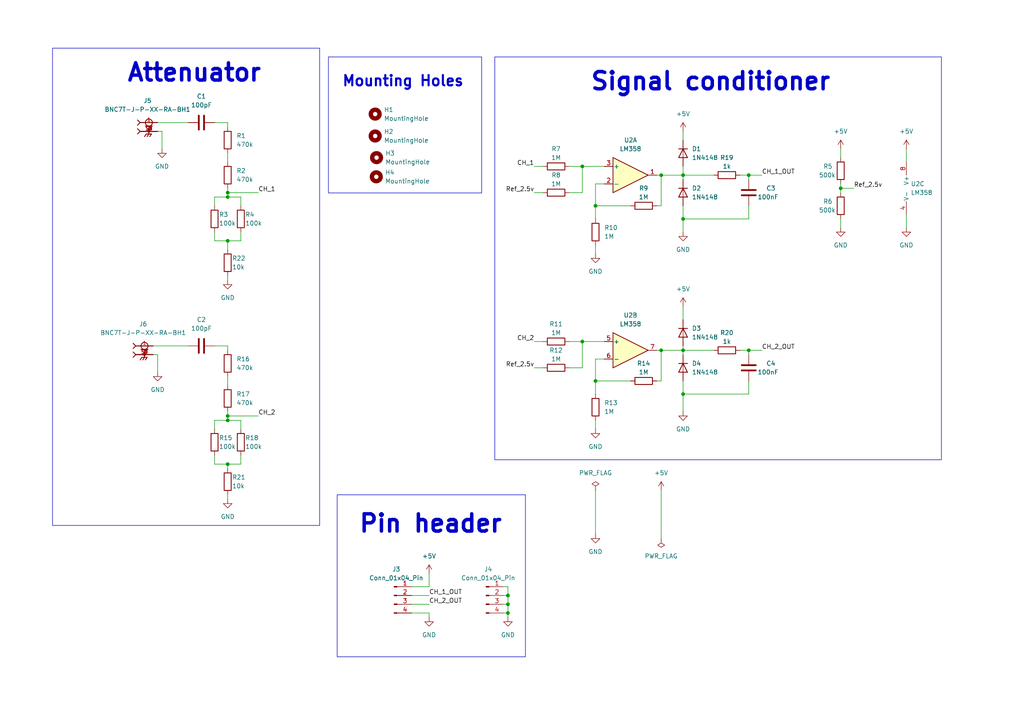
<source format=kicad_sch>
(kicad_sch (version 20230121) (generator eeschema)
  (paper "A4")
  (title_block (title "Analog Front-end") (date "2024-04-18"))
  (lib_symbols
    (symbol "Amplifier_Operational:LM358" (pin_names (offset 0.127))
      (property "Reference" "U" (at 0 5.08 0))
      (property "Value" "LM358" (at 0 -5.08 0))
      (symbol "LM358_1_1"
        (polyline (pts (xy -5.08 5.08) (xy 5.08 0) (xy -5.08 -5.08) (xy -5.08 5.08)) (stroke (width 0.254)) (fill (type background)))
        (pin output line (at 7.62 0 180) (length 2.54) (name "~") (number "1"))
        (pin input line (at -7.62 -2.54 0) (length 2.54) (name "-") (number "2"))
        (pin input line (at -7.62 2.54 0) (length 2.54) (name "+") (number "3"))
      )
      (symbol "LM358_2_1"
        (polyline (pts (xy -5.08 5.08) (xy 5.08 0) (xy -5.08 -5.08) (xy -5.08 5.08)) (stroke (width 0.254)) (fill (type background)))
        (pin input line (at -7.62 2.54 0) (length 2.54) (name "+") (number "5"))
        (pin input line (at -7.62 -2.54 0) (length 2.54) (name "-") (number "6"))
        (pin output line (at 7.62 0 180) (length 2.54) (name "~") (number "7"))
      )
      (symbol "LM358_3_1"
        (pin power_in line (at -2.54 -7.62 90) (length 3.81) (name "V-") (number "4"))
        (pin power_in line (at -2.54 7.62 270) (length 3.81) (name "V+") (number "8"))
      )
    )
    (symbol "BNC7T-J-P-XX-RA-BH1:BNC7T-J-P-XX-RA-BH1" (pin_names (offset 1.016))
      (property "Reference" "J" (at -3.81 4.064 0))
      (property "Value" "BNC7T-J-P-XX-RA-BH1" (at -4.064 -4.318 0))
      (symbol "BNC7T-J-P-XX-RA-BH1_0_0"
        (polyline (pts (xy -3.302 -0.762) (xy -2.54 0)) (stroke (width 0.254)))
        (polyline (pts (xy -3.302 0.762) (xy -2.54 0)) (stroke (width 0.254)))
        (polyline (pts (xy -3.302 1.778) (xy -2.54 2.54)) (stroke (width 0.254)))
        (polyline (pts (xy -3.302 3.302) (xy -2.54 2.54)) (stroke (width 0.254)))
        (polyline (pts (xy -2.54 0) (xy 0 0)) (stroke (width 0.254)))
        (polyline (pts (xy -2.54 2.54) (xy 2.54 2.54)) (stroke (width 0.254)))
        (polyline (pts (xy -1.016 1.524) (xy 0 1.524)) (stroke (width 0.254)))
        (polyline (pts (xy -0.762 -0.762) (xy -1.27 -1.524)) (stroke (width 0.254)))
        (polyline (pts (xy 0 -0.762) (xy -0.762 -0.762)) (stroke (width 0.254)))
        (polyline (pts (xy 0 -0.762) (xy -0.508 -1.524)) (stroke (width 0.254)))
        (polyline (pts (xy 0 -0.762) (xy 0.762 -0.762)) (stroke (width 0.254)))
        (polyline (pts (xy 0 0) (xy -2.286 0)) (stroke (width 0.254)))
        (polyline (pts (xy 0 0) (xy 0 -0.762)) (stroke (width 0.254)))
        (polyline (pts (xy 0 1.524) (xy 0 0)) (stroke (width 0.254)))
        (polyline (pts (xy 0 1.524) (xy 1.016 1.524)) (stroke (width 0.254)))
        (polyline (pts (xy 0.762 -0.762) (xy 0.254 -1.524)) (stroke (width 0.254)))
        (polyline (pts (xy 2.54 0) (xy 0 0)) (stroke (width 0.254)))
        (circle (center 0 0) (radius 0.254) (stroke (width 0.254)))
        (circle (center 0 2.54) (radius 1.016) (stroke (width 0.254)))
        (pin passive line (at 2.54 2.54 180) (length 5.08) (name "~") (number "1"))
        (pin passive line (at 2.54 0 180) (length 5.08) (name "~") (number "S1"))
        (pin passive line (at 2.54 0 180) (length 5.08) (name "~") (number "S2"))
        (pin passive line (at 2.54 0 180) (length 5.08) (name "~") (number "S3"))
        (pin passive line (at 2.54 0 180) (length 5.08) (name "~") (number "S4"))
      )
    )
    (symbol "Connector:Conn_01x04_Pin" (pin_names (offset 1.016) hide)
      (property "Reference" "J" (at 0 5.08 0))
      (property "Value" "Conn_01x04_Pin" (at 0 -7.62 0))
      (symbol "Conn_01x04_Pin_1_1"
        (polyline (pts (xy 1.27 -5.08) (xy 0.8636 -5.08)) (stroke (width 0.1524)))
        (polyline (pts (xy 1.27 -2.54) (xy 0.8636 -2.54)) (stroke (width 0.1524)))
        (polyline (pts (xy 1.27 0) (xy 0.8636 0)) (stroke (width 0.1524)))
        (polyline (pts (xy 1.27 2.54) (xy 0.8636 2.54)) (stroke (width 0.1524)))
        (rectangle (start 0.8636 -4.953) (end 0 -5.207) (stroke (width 0.1524)) (fill (type outline)))
        (rectangle (start 0.8636 -2.413) (end 0 -2.667) (stroke (width 0.1524)) (fill (type outline)))
        (rectangle (start 0.8636 0.127) (end 0 -0.127) (stroke (width 0.1524)) (fill (type outline)))
        (rectangle (start 0.8636 2.667) (end 0 2.413) (stroke (width 0.1524)) (fill (type outline)))
        (pin passive line (at 5.08 2.54 180) (length 3.81) (name "Pin_1") (number "1"))
        (pin passive line (at 5.08 0 180) (length 3.81) (name "Pin_2") (number "2"))
        (pin passive line (at 5.08 -2.54 180) (length 3.81) (name "Pin_3") (number "3"))
        (pin passive line (at 5.08 -5.08 180) (length 3.81) (name "Pin_4") (number "4"))
      )
    )
    (symbol "Device:C" (pin_numbers hide) (pin_names (offset 0.254))
      (property "Reference" "C" (at 0.635 2.54 0))
      (property "Value" "C" (at 0.635 -2.54 0))
      (symbol "C_0_1"
        (polyline (pts (xy -2.032 -0.762) (xy 2.032 -0.762)) (stroke (width 0.508)))
        (polyline (pts (xy -2.032 0.762) (xy 2.032 0.762)) (stroke (width 0.508)))
      )
      (symbol "C_1_1"
        (pin passive line (at 0 3.81 270) (length 2.794) (name "~") (number "1"))
        (pin passive line (at 0 -3.81 90) (length 2.794) (name "~") (number "2"))
      )
    )
    (symbol "Device:R" (pin_numbers hide) (pin_names (offset 0))
      (property "Reference" "R" (at 2.032 0 90))
      (property "Value" "R" (at 0 0 90))
      (symbol "R_0_1"
        (rectangle (start -1.016 -2.54) (end 1.016 2.54) (stroke (width 0.254)))
      )
      (symbol "R_1_1"
        (pin passive line (at 0 3.81 270) (length 1.27) (name "~") (number "1"))
        (pin passive line (at 0 -3.81 90) (length 1.27) (name "~") (number "2"))
      )
    )
    (symbol "Diode:1N4148" (pin_numbers hide) (pin_names hide)
      (property "Reference" "D" (at 0 2.54 0))
      (property "Value" "1N4148" (at 0 -2.54 0))
      (symbol "1N4148_0_1"
        (polyline (pts (xy -1.27 1.27) (xy -1.27 -1.27)) (stroke (width 0.254)))
        (polyline (pts (xy 1.27 0) (xy -1.27 0)))
        (polyline (pts (xy 1.27 1.27) (xy 1.27 -1.27) (xy -1.27 0) (xy 1.27 1.27)) (stroke (width 0.254)))
      )
      (symbol "1N4148_1_1"
        (pin passive line (at -3.81 0 0) (length 2.54) (name "K") (number "1"))
        (pin passive line (at 3.81 0 180) (length 2.54) (name "A") (number "2"))
      )
    )
    (symbol "Mechanical:MountingHole" (pin_names (offset 1.016))
      (property "Reference" "H" (at 0 5.08 0))
      (property "Value" "MountingHole" (at 0 3.175 0))
      (symbol "MountingHole_0_1"
        (circle (center 0 0) (radius 1.27) (stroke (width 1.27)))
      )
    )
    (symbol "power:+5V" (power) (pin_names (offset 0))
      (property "Value" "+5V" (at 0 3.556 0))
      (symbol "+5V_0_1"
        (polyline (pts (xy -0.762 1.27) (xy 0 2.54)))
        (polyline (pts (xy 0 0) (xy 0 2.54)))
        (polyline (pts (xy 0 2.54) (xy 0.762 1.27)))
      )
      (symbol "+5V_1_1"
        (pin power_in line (at 0 0 90) (length 0) hide (name "+5V") (number "1"))
      )
    )
    (symbol "power:GND" (power) (pin_names (offset 0))
      (property "Value" "GND" (at 0 -3.81 0))
      (symbol "GND_0_1"
        (polyline (pts (xy 0 0) (xy 0 -1.27) (xy 1.27 -1.27) (xy 0 -2.54) (xy -1.27 -1.27) (xy 0 -1.27)))
      )
      (symbol "GND_1_1"
        (pin power_in line (at 0 0 270) (length 0) hide (name "GND") (number "1"))
      )
    )
    (symbol "power:PWR_FLAG" (power) (pin_numbers hide) (pin_names (offset 0) hide)
      (property "Value" "PWR_FLAG" (at 0 3.81 0))
      (symbol "PWR_FLAG_0_0"
        (pin power_out line (at 0 0 90) (length 0) (name "pwr") (number "1"))
      )
      (symbol "PWR_FLAG_0_1"
        (polyline (pts (xy 0 0) (xy 0 1.27) (xy -1.016 1.905) (xy 0 2.54) (xy 1.016 1.905) (xy 0 1.27)))
      )
    )
  )
  (junction (at 198.12 50.8))
  (junction (at 66.04 121.92))
  (junction (at 191.77 50.8))
  (junction (at 217.17 101.6))
  (junction (at 198.12 101.6))
  (junction (at 66.04 134.62))
  (junction (at 168.91 48.26))
  (junction (at 168.91 99.06))
  (junction (at 147.32 175.26))
  (junction (at 191.77 101.6))
  (junction (at 243.84 54.61))
  (junction (at 66.04 69.85))
  (junction (at 217.17 50.8))
  (junction (at 147.32 172.72))
  (junction (at 66.04 57.15))
  (junction (at 198.12 63.5))
  (junction (at 147.32 177.8))
  (junction (at 172.72 110.49))
  (junction (at 66.04 55.88))
  (junction (at 66.04 120.65))
  (junction (at 198.12 114.3))
  (junction (at 172.72 59.69))
  (wire (pts (xy 157.48 55.88) (xy 154.94 55.88)))
  (wire (pts (xy 45.72 38.1) (xy 46.99 38.1)))
  (wire (pts (xy 62.23 100.33) (xy 66.04 100.33)))
  (wire (pts (xy 217.17 114.3) (xy 198.12 114.3)))
  (wire (pts (xy 46.99 38.1) (xy 46.99 43.18)))
  (wire (pts (xy 165.1 55.88) (xy 168.91 55.88)))
  (wire (pts (xy 165.1 48.26) (xy 168.91 48.26)))
  (wire (pts (xy 62.23 67.31) (xy 62.23 69.85)))
  (wire (pts (xy 190.5 110.49) (xy 191.77 110.49)))
  (wire (pts (xy 66.04 55.88) (xy 66.04 57.15)))
  (wire (pts (xy 146.05 170.18) (xy 147.32 170.18)))
  (wire (pts (xy 198.12 40.64) (xy 198.12 38.1)))
  (wire (pts (xy 66.04 35.56) (xy 66.04 36.83)))
  (wire (pts (xy 198.12 52.07) (xy 198.12 50.8)))
  (wire (pts (xy 217.17 52.07) (xy 217.17 50.8)))
  (wire (pts (xy 168.91 99.06) (xy 175.26 99.06)))
  (wire (pts (xy 147.32 170.18) (xy 147.32 172.72)))
  (wire (pts (xy 66.04 80.01) (xy 66.04 81.28)))
  (wire (pts (xy 66.04 144.78) (xy 66.04 143.51)))
  (wire (pts (xy 66.04 57.15) (xy 69.85 57.15)))
  (wire (pts (xy 62.23 57.15) (xy 66.04 57.15)))
  (wire (pts (xy 62.23 134.62) (xy 66.04 134.62)))
  (wire (pts (xy 69.85 134.62) (xy 66.04 134.62)))
  (wire (pts (xy 66.04 54.61) (xy 66.04 55.88)))
  (wire (pts (xy 157.48 106.68) (xy 154.94 106.68)))
  (wire (pts (xy 66.04 111.76) (xy 66.04 109.22)))
  (wire (pts (xy 62.23 69.85) (xy 66.04 69.85)))
  (wire (pts (xy 66.04 72.39) (xy 66.04 69.85)))
  (wire (pts (xy 66.04 100.33) (xy 66.04 101.6)))
  (wire (pts (xy 172.72 124.46) (xy 172.72 121.92)))
  (wire (pts (xy 217.17 63.5) (xy 198.12 63.5)))
  (wire (pts (xy 172.72 110.49) (xy 172.72 114.3)))
  (wire (pts (xy 69.85 57.15) (xy 69.85 59.69)))
  (wire (pts (xy 62.23 132.08) (xy 62.23 134.62)))
  (wire (pts (xy 175.26 53.34) (xy 172.72 53.34)))
  (wire (pts (xy 62.23 35.56) (xy 66.04 35.56)))
  (wire (pts (xy 190.5 59.69) (xy 191.77 59.69)))
  (wire (pts (xy 66.04 46.99) (xy 66.04 44.45)))
  (wire (pts (xy 207.01 101.6) (xy 198.12 101.6)))
  (wire (pts (xy 168.91 55.88) (xy 168.91 48.26)))
  (wire (pts (xy 119.38 170.18) (xy 124.46 170.18)))
  (wire (pts (xy 172.72 73.66) (xy 172.72 71.12)))
  (wire (pts (xy 44.45 100.33) (xy 54.61 100.33)))
  (wire (pts (xy 66.04 135.89) (xy 66.04 134.62)))
  (wire (pts (xy 74.93 120.65) (xy 66.04 120.65)))
  (wire (pts (xy 217.17 50.8) (xy 220.98 50.8)))
  (wire (pts (xy 147.32 179.07) (xy 147.32 177.8)))
  (wire (pts (xy 243.84 55.88) (xy 243.84 54.61)))
  (wire (pts (xy 74.93 55.88) (xy 66.04 55.88)))
  (wire (pts (xy 214.63 101.6) (xy 217.17 101.6)))
  (wire (pts (xy 69.85 69.85) (xy 69.85 67.31)))
  (wire (pts (xy 198.12 114.3) (xy 198.12 119.38)))
  (wire (pts (xy 69.85 121.92) (xy 69.85 124.46)))
  (wire (pts (xy 66.04 69.85) (xy 69.85 69.85)))
  (wire (pts (xy 198.12 110.49) (xy 198.12 114.3)))
  (wire (pts (xy 165.1 99.06) (xy 168.91 99.06)))
  (wire (pts (xy 217.17 110.49) (xy 217.17 114.3)))
  (wire (pts (xy 217.17 102.87) (xy 217.17 101.6)))
  (wire (pts (xy 175.26 104.14) (xy 172.72 104.14)))
  (wire (pts (xy 243.84 54.61) (xy 243.84 53.34)))
  (wire (pts (xy 191.77 142.24) (xy 191.77 156.21)))
  (wire (pts (xy 262.89 43.18) (xy 262.89 46.99)))
  (wire (pts (xy 191.77 110.49) (xy 191.77 101.6)))
  (wire (pts (xy 190.5 101.6) (xy 191.77 101.6)))
  (wire (pts (xy 220.98 101.6) (xy 217.17 101.6)))
  (wire (pts (xy 198.12 102.87) (xy 198.12 101.6)))
  (wire (pts (xy 165.1 106.68) (xy 168.91 106.68)))
  (wire (pts (xy 190.5 50.8) (xy 191.77 50.8)))
  (wire (pts (xy 198.12 63.5) (xy 198.12 67.31)))
  (wire (pts (xy 191.77 101.6) (xy 198.12 101.6)))
  (wire (pts (xy 124.46 170.18) (xy 124.46 166.37)))
  (wire (pts (xy 191.77 59.69) (xy 191.77 50.8)))
  (wire (pts (xy 207.01 50.8) (xy 198.12 50.8)))
  (wire (pts (xy 172.72 104.14) (xy 172.72 110.49)))
  (wire (pts (xy 247.65 54.61) (xy 243.84 54.61)))
  (wire (pts (xy 146.05 172.72) (xy 147.32 172.72)))
  (wire (pts (xy 119.38 177.8) (xy 124.46 177.8)))
  (wire (pts (xy 124.46 177.8) (xy 124.46 179.07)))
  (wire (pts (xy 157.48 99.06) (xy 154.94 99.06)))
  (wire (pts (xy 168.91 106.68) (xy 168.91 99.06)))
  (wire (pts (xy 198.12 48.26) (xy 198.12 50.8)))
  (wire (pts (xy 62.23 124.46) (xy 62.23 121.92)))
  (wire (pts (xy 66.04 120.65) (xy 66.04 121.92)))
  (wire (pts (xy 62.23 121.92) (xy 66.04 121.92)))
  (wire (pts (xy 45.72 35.56) (xy 54.61 35.56)))
  (wire (pts (xy 44.45 102.87) (xy 45.72 102.87)))
  (wire (pts (xy 182.88 110.49) (xy 172.72 110.49)))
  (wire (pts (xy 66.04 119.38) (xy 66.04 120.65)))
  (wire (pts (xy 119.38 175.26) (xy 124.46 175.26)))
  (wire (pts (xy 69.85 134.62) (xy 69.85 132.08)))
  (wire (pts (xy 262.89 66.04) (xy 262.89 62.23)))
  (wire (pts (xy 172.72 142.24) (xy 172.72 154.94)))
  (wire (pts (xy 146.05 175.26) (xy 147.32 175.26)))
  (wire (pts (xy 182.88 59.69) (xy 172.72 59.69)))
  (wire (pts (xy 168.91 48.26) (xy 175.26 48.26)))
  (wire (pts (xy 214.63 50.8) (xy 217.17 50.8)))
  (wire (pts (xy 62.23 59.69) (xy 62.23 57.15)))
  (wire (pts (xy 157.48 48.26) (xy 154.94 48.26)))
  (wire (pts (xy 172.72 59.69) (xy 172.72 63.5)))
  (wire (pts (xy 198.12 88.9) (xy 198.12 92.71)))
  (wire (pts (xy 172.72 53.34) (xy 172.72 59.69)))
  (wire (pts (xy 217.17 59.69) (xy 217.17 63.5)))
  (wire (pts (xy 191.77 50.8) (xy 198.12 50.8)))
  (wire (pts (xy 147.32 177.8) (xy 146.05 177.8)))
  (wire (pts (xy 198.12 100.33) (xy 198.12 101.6)))
  (wire (pts (xy 66.04 121.92) (xy 69.85 121.92)))
  (wire (pts (xy 243.84 45.72) (xy 243.84 43.18)))
  (wire (pts (xy 198.12 59.69) (xy 198.12 63.5)))
  (wire (pts (xy 119.38 172.72) (xy 124.46 172.72)))
  (wire (pts (xy 147.32 175.26) (xy 147.32 177.8)))
  (wire (pts (xy 45.72 102.87) (xy 45.72 107.95)))
  (wire (pts (xy 243.84 66.04) (xy 243.84 63.5)))
  (wire (pts (xy 147.32 172.72) (xy 147.32 175.26)))
  (rectangle (start 97.79 143.51) (end 152.4 190.5))
  (rectangle (start 143.51 16.51) (end 273.05 133.35))
  (rectangle (start 95.25 16.51) (end 139.7 55.9563))
  (rectangle (start 15.24 13.97) (end 92.71 152.4))
  (text "Mounting Holes" (at 99.06 25.4 0) (effects (font (size 3 3) (thickness 0.6) bold) (justify left bottom)))
  (text "Signal conditioner" (at 241.3 26.67 0) (effects (font (size 5 5) (thickness 1) bold) (justify right bottom)))
  (text "Attenuator" (at 76.2 24.13 0) (effects (font (size 5 5) (thickness 1) bold) (justify right bottom)))
  (text "Pin header" (at 146.05 154.94 0) (effects (font (size 5 5) (thickness 1) bold) (justify right bottom)))
  (label "Ref_2.5v" (at 247.65 54.61 0))
  (label "CH_1_OUT" (at 220.98 50.8 0))
  (label "Ref_2.5v" (at 154.94 55.88 180))
  (label "CH_2" (at 74.93 120.65 0))
  (label "CH_1_OUT" (at 124.46 172.72 0))
  (label "Ref_2.5v" (at 154.94 106.68 180))
  (label "CH_2" (at 154.94 99.06 180))
  (label "CH_2_OUT" (at 220.98 101.6 0))
  (label "CH_1" (at 74.93 55.88 0))
  (label "CH_2_OUT" (at 124.46 175.26 0))
  (label "CH_1" (at 154.94 48.26 180))
  (symbol (lib_id "power:+5V") (at 198.12 38.1 0) (unit 1)
    (property "Reference" "#PWR03" (effects hide))
    (property "Value" "+5V" (at 198.12 33.02 0))
  )
  (symbol (lib_id "Diode:1N4148") (at 198.12 44.45 270) (unit 1)
    (property "Reference" "D1" (at 200.66 43.18 90) (effects (justify left)))
    (property "Value" "1N4148" (at 200.66 45.72 90) (effects (justify left)))
    (property "Footprint" "Diode_THT:D_DO-35_SOD27_P7.62mm_Horizontal" (effects hide))
    (property "Datasheet" "https://assets.nexperia.com/documents/data-sheet/1N4148_1N4448.pdf" (effects hide))
    (property "Sim.Device" "D" (effects hide))
    (property "Sim.Pins" "1=K 2=A" (effects hide))
  )
  (symbol (lib_id "Device:C") (at 217.17 106.68 180) (unit 1)
    (property "Reference" "C4" (at 222.25 105.41 0) (effects (justify right)))
    (property "Value" "100nF" (at 219.71 107.95 0) (effects (justify right)))
    (property "Footprint" "Capacitor_THT:C_Disc_D3.8mm_W2.6mm_P2.50mm" (effects hide))
  )
  (symbol (lib_id "Device:R") (at 172.72 118.11 0) (unit 1)
    (property "Reference" "R13" (at 175.26 116.84 0) (effects (justify left)))
    (property "Value" "1M" (at 175.26 119.38 0) (effects (justify left)))
    (property "Footprint" "Resistor_THT:R_Axial_DIN0207_L6.3mm_D2.5mm_P10.16mm_Horizontal" (effects hide))
  )
  (symbol (lib_id "Device:R") (at 69.85 128.27 0) (unit 1)
    (property "Reference" "R18" (at 71.12 127 0) (effects (justify left)))
    (property "Value" "100k" (at 71.12 129.54 0) (effects (justify left)))
    (property "Footprint" "Resistor_THT:R_Axial_DIN0207_L6.3mm_D2.5mm_P10.16mm_Horizontal" (effects hide))
  )
  (symbol (lib_id "Amplifier_Operational:LM358") (at 182.88 50.8 0) (unit 1)
    (property "Reference" "U2" (at 182.88 40.64 0))
    (property "Value" "LM358" (at 182.88 43.18 0))
    (property "Footprint" "Package_DIP:DIP-8_W7.62mm" (effects hide))
    (property "Datasheet" "http://www.ti.com/lit/ds/symlink/lm2904-n.pdf" (effects hide))
  )
  (symbol (lib_id "power:PWR_FLAG") (at 191.77 156.21 180) (unit 1)
    (property "Reference" "#FLG02" (effects hide))
    (property "Value" "PWR_FLAG" (at 191.77 161.29 0))
  )
  (symbol (lib_id "Device:R") (at 210.82 50.8 90) (unit 1)
    (property "Reference" "R19" (at 210.82 45.72 90))
    (property "Value" "1k" (at 210.82 48.26 90))
    (property "Footprint" "Resistor_THT:R_Axial_DIN0207_L6.3mm_D2.5mm_P10.16mm_Horizontal" (effects hide))
  )
  (symbol (lib_id "Device:R") (at 62.23 63.5 0) (unit 1)
    (property "Reference" "R3" (at 63.5 62.23 0) (effects (justify left)))
    (property "Value" "100k" (at 63.5 64.77 0) (effects (justify left)))
    (property "Footprint" "Resistor_THT:R_Axial_DIN0207_L6.3mm_D2.5mm_P10.16mm_Horizontal" (effects hide))
  )
  (symbol (lib_id "Device:R") (at 210.82 101.6 90) (unit 1)
    (property "Reference" "R20" (at 210.82 96.52 90))
    (property "Value" "1k" (at 210.82 99.06 90))
    (property "Footprint" "Resistor_THT:R_Axial_DIN0207_L6.3mm_D2.5mm_P10.16mm_Horizontal" (effects hide))
  )
  (symbol (lib_id "Device:R") (at 62.23 128.27 0) (unit 1)
    (property "Reference" "R15" (at 63.5 127 0) (effects (justify left)))
    (property "Value" "100k" (at 63.5 129.54 0) (effects (justify left)))
    (property "Footprint" "Resistor_THT:R_Axial_DIN0207_L6.3mm_D2.5mm_P10.16mm_Horizontal" (effects hide))
  )
  (symbol (lib_id "power:+5V") (at 191.77 142.24 0) (unit 1)
    (property "Reference" "#PWR08" (effects hide))
    (property "Value" "+5V" (at 191.77 137.16 0))
  )
  (symbol (lib_id "Amplifier_Operational:LM358") (at 265.43 54.61 0) (unit 3)
    (property "Reference" "U2" (at 264.16 53.34 0) (effects (justify left)))
    (property "Value" "LM358" (at 264.16 55.88 0) (effects (justify left)))
    (property "Footprint" "Package_DIP:DIP-8_W7.62mm" (effects hide))
    (property "Datasheet" "http://www.ti.com/lit/ds/symlink/lm2904-n.pdf" (effects hide))
  )
  (symbol (lib_id "Device:R") (at 66.04 105.41 0) (unit 1)
    (property "Reference" "R16" (at 68.58 104.14 0) (effects (justify left)))
    (property "Value" "470k" (at 68.58 106.68 0) (effects (justify left)))
    (property "Footprint" "Resistor_THT:R_Axial_DIN0207_L6.3mm_D2.5mm_P10.16mm_Horizontal" (effects hide))
  )
  (symbol (lib_id "power:GND") (at 198.12 67.31 0) (unit 1)
    (property "Reference" "#PWR06" (effects hide))
    (property "Value" "GND" (at 198.12 72.39 0))
  )
  (symbol (lib_id "Device:R") (at 161.29 55.88 90) (unit 1)
    (property "Reference" "R8" (at 161.29 50.8 90))
    (property "Value" "1M" (at 161.29 53.34 90))
    (property "Footprint" "Resistor_THT:R_Axial_DIN0207_L6.3mm_D2.5mm_P10.16mm_Horizontal" (effects hide))
  )
  (symbol (lib_id "Device:R") (at 66.04 115.57 0) (unit 1)
    (property "Reference" "R17" (at 68.58 114.3 0) (effects (justify left)))
    (property "Value" "470k" (at 68.58 116.84 0) (effects (justify left)))
    (property "Footprint" "Resistor_THT:R_Axial_DIN0207_L6.3mm_D2.5mm_P10.16mm_Horizontal" (effects hide))
  )
  (symbol (lib_id "Device:R") (at 243.84 49.53 0) (unit 1)
    (property "Reference" "R5" (at 238.76 48.26 0) (effects (justify left)))
    (property "Value" "500k" (at 237.49 50.8 0) (effects (justify left)))
    (property "Footprint" "Resistor_THT:R_Axial_DIN0207_L6.3mm_D2.5mm_P10.16mm_Horizontal" (effects hide))
  )
  (symbol (lib_id "power:GND") (at 243.84 66.04 0) (unit 1)
    (property "Reference" "#PWR09" (effects hide))
    (property "Value" "GND" (at 243.84 71.12 0))
  )
  (symbol (lib_id "power:GND") (at 66.04 144.78 0) (unit 1)
    (property "Reference" "#PWR017" (effects hide))
    (property "Value" "GND" (at 66.04 149.86 0))
  )
  (symbol (lib_id "power:+5V") (at 124.46 166.37 0) (unit 1)
    (property "Reference" "#PWR016" (effects hide))
    (property "Value" "+5V" (at 124.46 161.29 0))
  )
  (symbol (lib_id "power:GND") (at 66.04 81.28 0) (unit 1)
    (property "Reference" "#PWR07" (effects hide))
    (property "Value" "GND" (at 66.04 86.36 0))
  )
  (symbol (lib_id "Device:R") (at 66.04 50.8 0) (unit 1)
    (property "Reference" "R2" (at 68.58 49.53 0) (effects (justify left)))
    (property "Value" "470k" (at 68.58 52.07 0) (effects (justify left)))
    (property "Footprint" "Resistor_THT:R_Axial_DIN0207_L6.3mm_D2.5mm_P10.16mm_Horizontal" (effects hide))
  )
  (symbol (lib_id "Mechanical:MountingHole") (at 109.1406 51.2782 0) (unit 1)
    (property "Reference" "H4" (at 111.6806 50.0082 0) (effects (justify left)))
    (property "Value" "MountingHole" (at 111.6806 52.5482 0) (effects (justify left)))
    (property "Footprint" "MountingHole:MountingHole_2.2mm_M2" (effects hide))
  )
  (symbol (lib_id "BNC7T-J-P-XX-RA-BH1:BNC7T-J-P-XX-RA-BH1") (at 41.91 102.87 0) (unit 1)
    (property "Reference" "J6" (at 41.529 93.98 0))
    (property "Value" "BNC7T-J-P-XX-RA-BH1" (at 41.529 96.52 0))
    (property "Footprint" "BNC7T-J-P-XX-RA-BH1:SAMTEC_BNC7T-J-P-XX-RA-BH1" (effects hide))
    (property "MF" "Samtec" (effects hide))
    (property "MAXIMUM_PACKAGE_HEIGHT" "18mm" (effects hide))
    (property "Package" "None" (effects hide))
    (property "Price" "None" (effects hide))
    (property "Check_prices" "https://www.snapeda.com/parts/BNC7T-J-P-HN-RA-BH1/Samtec+Inc./view-part/?ref=eda" (effects hide))
    (property "STANDARD" "Manufacturer Recommendations" (effects hide))
    (property "PARTREV" "G" (effects hide))
    (property "SnapEDA_Link" "https://www.snapeda.com/parts/BNC7T-J-P-HN-RA-BH1/Samtec+Inc./view-part/?ref=snap" (effects hide))
    (property "MP" "BNC7T-J-P-HN-RA-BH1" (effects hide))
    (property "Purchase-URL" "https://www.snapeda.com/api/url_track_click_mouser/?unipart_id=608953&manufacturer=Samtec&part_name=BNC7T-J-P-HN-RA-BH1&search_term=bnc" (effects hide))
    (property "Description" "\nBNC Connector Jack, Female Socket 75 Ohms Panel Mount, Through Hole, Right Angle Solder\n" (effects hide))
    (property "Availability" "In Stock" (effects hide))
    (property "MANUFACTURER" "Samtec" (effects hide))
  )
  (symbol (lib_id "power:GND") (at 124.46 179.07 0) (unit 1)
    (property "Reference" "#PWR015" (effects hide))
    (property "Value" "GND" (at 124.46 184.15 0))
  )
  (symbol (lib_id "Mechanical:MountingHole") (at 108.8195 39.4463 0) (unit 1)
    (property "Reference" "H2" (at 111.3595 38.1763 0) (effects (justify left)))
    (property "Value" "MountingHole" (at 111.3595 40.7163 0) (effects (justify left)))
    (property "Footprint" "MountingHole:MountingHole_2.2mm_M2" (effects hide))
  )
  (symbol (lib_id "Device:R") (at 186.69 59.69 90) (unit 1)
    (property "Reference" "R9" (at 186.69 54.61 90))
    (property "Value" "1M" (at 186.69 57.15 90))
    (property "Footprint" "Resistor_THT:R_Axial_DIN0207_L6.3mm_D2.5mm_P10.16mm_Horizontal" (effects hide))
  )
  (symbol (lib_id "power:GND") (at 172.72 154.94 0) (unit 1)
    (property "Reference" "#PWR018" (effects hide))
    (property "Value" "GND" (at 172.72 160.02 0))
  )
  (symbol (lib_id "Device:R") (at 66.04 40.64 0) (unit 1)
    (property "Reference" "R1" (at 68.58 39.37 0) (effects (justify left)))
    (property "Value" "470k" (at 68.58 41.91 0) (effects (justify left)))
    (property "Footprint" "Resistor_THT:R_Axial_DIN0207_L6.3mm_D2.5mm_P10.16mm_Horizontal" (effects hide))
  )
  (symbol (lib_id "power:GND") (at 147.32 179.07 0) (unit 1)
    (property "Reference" "#PWR05" (effects hide))
    (property "Value" "GND" (at 147.32 184.15 0))
  )
  (symbol (lib_id "power:GND") (at 198.12 119.38 0) (unit 1)
    (property "Reference" "#PWR020" (effects hide))
    (property "Value" "GND" (at 198.12 124.46 0))
  )
  (symbol (lib_id "Connector:Conn_01x04_Pin") (at 114.3 172.72 0) (unit 1)
    (property "Reference" "J3" (at 114.935 165.1 0))
    (property "Value" "Conn_01x04_Pin" (at 114.935 167.64 0))
    (property "Footprint" "Connector_PinHeader_2.54mm:PinHeader_1x04_P2.54mm_Vertical" (effects hide))
  )
  (symbol (lib_id "Device:R") (at 161.29 106.68 90) (unit 1)
    (property "Reference" "R12" (at 161.29 101.6 90))
    (property "Value" "1M" (at 161.29 104.14 90))
    (property "Footprint" "Resistor_THT:R_Axial_DIN0207_L6.3mm_D2.5mm_P10.16mm_Horizontal" (effects hide))
  )
  (symbol (lib_id "Device:R") (at 161.29 48.26 90) (unit 1)
    (property "Reference" "R7" (at 161.29 43.18 90))
    (property "Value" "1M" (at 161.29 45.72 90))
    (property "Footprint" "Resistor_THT:R_Axial_DIN0207_L6.3mm_D2.5mm_P10.16mm_Horizontal" (effects hide))
  )
  (symbol (lib_id "Device:R") (at 66.04 139.7 0) (unit 1)
    (property "Reference" "R21" (at 67.31 138.43 0) (effects (justify left)))
    (property "Value" "10k" (at 67.31 140.97 0) (effects (justify left)))
    (property "Footprint" "Resistor_THT:R_Axial_DIN0207_L6.3mm_D2.5mm_P10.16mm_Horizontal" (effects hide))
  )
  (symbol (lib_id "Connector:Conn_01x04_Pin") (at 140.97 172.72 0) (unit 1)
    (property "Reference" "J4" (at 141.605 165.1 0))
    (property "Value" "Conn_01x04_Pin" (at 141.605 167.64 0))
    (property "Footprint" "Connector_PinHeader_2.54mm:PinHeader_1x04_P2.54mm_Vertical" (effects hide))
  )
  (symbol (lib_id "power:GND") (at 262.89 66.04 0) (unit 1)
    (property "Reference" "#PWR01" (effects hide))
    (property "Value" "GND" (at 262.89 71.12 0))
  )
  (symbol (lib_id "Diode:1N4148") (at 198.12 106.68 270) (unit 1)
    (property "Reference" "D4" (at 200.66 105.41 90) (effects (justify left)))
    (property "Value" "1N4148" (at 200.66 107.95 90) (effects (justify left)))
    (property "Footprint" "Diode_THT:D_DO-35_SOD27_P7.62mm_Horizontal" (effects hide))
    (property "Datasheet" "https://assets.nexperia.com/documents/data-sheet/1N4148_1N4448.pdf" (effects hide))
    (property "Sim.Device" "D" (effects hide))
    (property "Sim.Pins" "1=K 2=A" (effects hide))
  )
  (symbol (lib_id "power:PWR_FLAG") (at 172.72 142.24 0) (unit 1)
    (property "Reference" "#FLG01" (effects hide))
    (property "Value" "PWR_FLAG" (at 172.72 137.16 0))
  )
  (symbol (lib_id "power:+5V") (at 243.84 43.18 0) (unit 1)
    (property "Reference" "#PWR011" (effects hide))
    (property "Value" "+5V" (at 243.84 38.1 0))
  )
  (symbol (lib_id "Device:R") (at 186.69 110.49 90) (unit 1)
    (property "Reference" "R14" (at 186.69 105.41 90))
    (property "Value" "1M" (at 186.69 107.95 90))
    (property "Footprint" "Resistor_THT:R_Axial_DIN0207_L6.3mm_D2.5mm_P10.16mm_Horizontal" (effects hide))
  )
  (symbol (lib_id "power:+5V") (at 262.89 43.18 0) (unit 1)
    (property "Reference" "#PWR02" (effects hide))
    (property "Value" "+5V" (at 262.89 38.1 0))
  )
  (symbol (lib_id "Diode:1N4148") (at 198.12 96.52 270) (unit 1)
    (property "Reference" "D3" (at 200.66 95.25 90) (effects (justify left)))
    (property "Value" "1N4148" (at 200.66 97.79 90) (effects (justify left)))
    (property "Footprint" "Diode_THT:D_DO-35_SOD27_P7.62mm_Horizontal" (effects hide))
    (property "Datasheet" "https://assets.nexperia.com/documents/data-sheet/1N4148_1N4448.pdf" (effects hide))
    (property "Sim.Device" "D" (effects hide))
    (property "Sim.Pins" "1=K 2=A" (effects hide))
  )
  (symbol (lib_id "Mechanical:MountingHole") (at 109.22 45.72 0) (unit 1)
    (property "Reference" "H3" (at 111.76 44.45 0) (effects (justify left)))
    (property "Value" "MountingHole" (at 111.76 46.99 0) (effects (justify left)))
    (property "Footprint" "MountingHole:MountingHole_2.2mm_M2" (effects hide))
  )
  (symbol (lib_id "Device:C") (at 58.42 35.56 90) (unit 1)
    (property "Reference" "C1" (at 58.42 27.94 90))
    (property "Value" "100pF" (at 58.42 30.48 90))
    (property "Footprint" "Capacitor_THT:C_Disc_D3.8mm_W2.6mm_P2.50mm" (effects hide))
  )
  (symbol (lib_id "power:+5V") (at 198.12 88.9 0) (unit 1)
    (property "Reference" "#PWR012" (effects hide))
    (property "Value" "+5V" (at 198.12 83.82 0))
  )
  (symbol (lib_id "Device:R") (at 172.72 67.31 0) (unit 1)
    (property "Reference" "R10" (at 175.26 66.04 0) (effects (justify left)))
    (property "Value" "1M" (at 175.26 68.58 0) (effects (justify left)))
    (property "Footprint" "Resistor_THT:R_Axial_DIN0207_L6.3mm_D2.5mm_P10.16mm_Horizontal" (effects hide))
  )
  (symbol (lib_id "Amplifier_Operational:LM358") (at 182.88 101.6 0) (unit 2)
    (property "Reference" "U2" (at 182.88 91.44 0))
    (property "Value" "LM358" (at 182.88 93.98 0))
    (property "Footprint" "Package_DIP:DIP-8_W7.62mm" (effects hide))
    (property "Datasheet" "http://www.ti.com/lit/ds/symlink/lm2904-n.pdf" (effects hide))
  )
  (symbol (lib_id "power:GND") (at 172.72 124.46 0) (unit 1)
    (property "Reference" "#PWR04" (effects hide))
    (property "Value" "GND" (at 172.72 129.54 0))
  )
  (symbol (lib_id "BNC7T-J-P-XX-RA-BH1:BNC7T-J-P-XX-RA-BH1") (at 43.18 38.1 0) (unit 1)
    (property "Reference" "J5" (at 42.799 29.21 0))
    (property "Value" "BNC7T-J-P-XX-RA-BH1" (at 42.799 31.75 0))
    (property "Footprint" "BNC7T-J-P-XX-RA-BH1:SAMTEC_BNC7T-J-P-XX-RA-BH1" (effects hide))
    (property "MF" "Samtec" (effects hide))
    (property "MAXIMUM_PACKAGE_HEIGHT" "18mm" (effects hide))
    (property "Package" "None" (effects hide))
    (property "Price" "None" (effects hide))
    (property "Check_prices" "https://www.snapeda.com/parts/BNC7T-J-P-HN-RA-BH1/Samtec+Inc./view-part/?ref=eda" (effects hide))
    (property "STANDARD" "Manufacturer Recommendations" (effects hide))
    (property "PARTREV" "G" (effects hide))
    (property "SnapEDA_Link" "https://www.snapeda.com/parts/BNC7T-J-P-HN-RA-BH1/Samtec+Inc./view-part/?ref=snap" (effects hide))
    (property "MP" "BNC7T-J-P-HN-RA-BH1" (effects hide))
    (property "Purchase-URL" "https://www.snapeda.com/api/url_track_click_mouser/?unipart_id=608953&manufacturer=Samtec&part_name=BNC7T-J-P-HN-RA-BH1&search_term=bnc" (effects hide))
    (property "Description" "\nBNC Connector Jack, Female Socket 75 Ohms Panel Mount, Through Hole, Right Angle Solder\n" (effects hide))
    (property "Availability" "In Stock" (effects hide))
    (property "MANUFACTURER" "Samtec" (effects hide))
  )
  (symbol (lib_id "Device:R") (at 69.85 63.5 0) (unit 1)
    (property "Reference" "R4" (at 71.12 62.23 0) (effects (justify left)))
    (property "Value" "100k" (at 71.12 64.77 0) (effects (justify left)))
    (property "Footprint" "Resistor_THT:R_Axial_DIN0207_L6.3mm_D2.5mm_P10.16mm_Horizontal" (effects hide))
  )
  (symbol (lib_id "power:GND") (at 45.72 107.95 0) (unit 1)
    (property "Reference" "#PWR014" (effects hide))
    (property "Value" "GND" (at 45.72 113.03 0))
  )
  (symbol (lib_id "Diode:1N4148") (at 198.12 55.88 270) (unit 1)
    (property "Reference" "D2" (at 200.66 54.61 90) (effects (justify left)))
    (property "Value" "1N4148" (at 200.66 57.15 90) (effects (justify left)))
    (property "Footprint" "Diode_THT:D_DO-35_SOD27_P7.62mm_Horizontal" (effects hide))
    (property "Datasheet" "https://assets.nexperia.com/documents/data-sheet/1N4148_1N4448.pdf" (effects hide))
    (property "Sim.Device" "D" (effects hide))
    (property "Sim.Pins" "1=K 2=A" (effects hide))
  )
  (symbol (lib_id "Device:R") (at 243.84 59.69 0) (unit 1)
    (property "Reference" "R6" (at 238.76 58.42 0) (effects (justify left)))
    (property "Value" "500k" (at 237.49 60.96 0) (effects (justify left)))
    (property "Footprint" "Resistor_THT:R_Axial_DIN0207_L6.3mm_D2.5mm_P10.16mm_Horizontal" (effects hide))
  )
  (symbol (lib_id "Device:C") (at 58.42 100.33 90) (unit 1)
    (property "Reference" "C2" (at 58.42 92.71 90))
    (property "Value" "100pF" (at 58.42 95.25 90))
    (property "Footprint" "Capacitor_THT:C_Disc_D3.8mm_W2.6mm_P2.50mm" (effects hide))
  )
  (symbol (lib_id "Device:R") (at 161.29 99.06 90) (unit 1)
    (property "Reference" "R11" (at 161.29 93.98 90))
    (property "Value" "1M" (at 161.29 96.52 90))
    (property "Footprint" "Resistor_THT:R_Axial_DIN0207_L6.3mm_D2.5mm_P10.16mm_Horizontal" (effects hide))
  )
  (symbol (lib_id "power:GND") (at 172.72 73.66 0) (unit 1)
    (property "Reference" "#PWR010" (effects hide))
    (property "Value" "GND" (at 172.72 78.74 0))
  )
  (symbol (lib_id "Device:R") (at 66.04 76.2 0) (unit 1)
    (property "Reference" "R22" (at 67.31 74.93 0) (effects (justify left)))
    (property "Value" "10k" (at 67.31 77.47 0) (effects (justify left)))
    (property "Footprint" "Resistor_THT:R_Axial_DIN0207_L6.3mm_D2.5mm_P10.16mm_Horizontal" (effects hide))
  )
  (symbol (lib_id "Mechanical:MountingHole") (at 108.8195 33.0963 0) (unit 1)
    (property "Reference" "H1" (at 111.3595 31.8263 0) (effects (justify left)))
    (property "Value" "MountingHole" (at 111.3595 34.3663 0) (effects (justify left)))
    (property "Footprint" "MountingHole:MountingHole_2.2mm_M2" (effects hide))
  )
  (symbol (lib_id "power:GND") (at 46.99 43.18 0) (unit 1)
    (property "Reference" "#PWR013" (effects hide))
    (property "Value" "GND" (at 46.99 48.26 0))
  )
  (symbol (lib_id "Device:C") (at 217.17 55.88 180) (unit 1)
    (property "Reference" "C3" (at 222.25 54.61 0) (effects (justify right)))
    (property "Value" "100nF" (at 219.71 57.15 0) (effects (justify right)))
    (property "Footprint" "Capacitor_THT:C_Disc_D3.8mm_W2.6mm_P2.50mm" (effects hide))
  )
)
</source>
